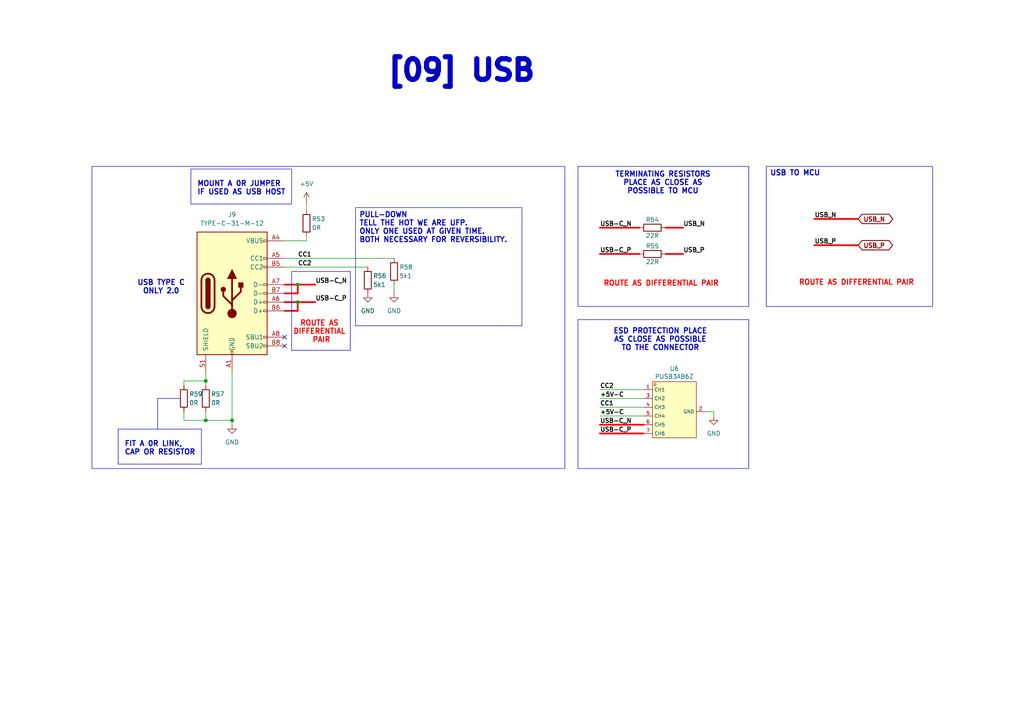
<source format=kicad_sch>
(kicad_sch (version 20231120) (generator "eeschema") (generator_version "8.0")
  (paper "A4")
  (title_block (title "Example Project") (date "2024-12-16") (rev "Rev01_1") (company "AKK Electronics") (comment 3 "aungkyawkhaing96.ece@gmail.com") (comment 4 "Aung Kyaw Khaing"))
  (lib_symbols
    (symbol "Connector:USB_C_Receptacle_USB2.0_16P" (pin_names (offset 1.016))
      (property "Reference" "J" (at 0 22.225 0))
      (property "Value" "USB_C_Receptacle_USB2.0_16P" (at 0 19.685 0))
      (symbol "USB_C_Receptacle_USB2.0_16P_0_0"
        (rectangle (start -0.254 -17.78) (end 0.254 -16.764))
        (rectangle (start 10.16 -14.986) (end 9.144 -15.494))
        (rectangle (start 10.16 -12.446) (end 9.144 -12.954))
        (rectangle (start 10.16 -4.826) (end 9.144 -5.334))
        (rectangle (start 10.16 -2.286) (end 9.144 -2.794))
        (rectangle (start 10.16 0.254) (end 9.144 -0.254))
        (rectangle (start 10.16 2.794) (end 9.144 2.286))
        (rectangle (start 10.16 7.874) (end 9.144 7.366))
        (rectangle (start 10.16 10.414) (end 9.144 9.906))
        (rectangle (start 10.16 15.494) (end 9.144 14.986))
      )
      (symbol "USB_C_Receptacle_USB2.0_16P_0_1"
        (rectangle (start -10.16 17.78) (end 10.16 -17.78) (stroke (width 0.254)) (fill (type background)))
        (arc (start -8.89 -3.81) (mid -6.985 -5.7067) (end -5.08 -3.81) (stroke (width 0.508)))
        (arc (start -7.62 -3.81) (mid -6.985 -4.4423) (end -6.35 -3.81) (stroke (width 0.254)))
        (arc (start -7.62 -3.81) (mid -6.985 -4.4423) (end -6.35 -3.81) (stroke (width 0.254)) (fill (type outline)))
        (rectangle (start -7.62 -3.81) (end -6.35 3.81) (stroke (width 0.254)) (fill (type outline)))
        (arc (start -6.35 3.81) (mid -6.985 4.4423) (end -7.62 3.81) (stroke (width 0.254)))
        (arc (start -6.35 3.81) (mid -6.985 4.4423) (end -7.62 3.81) (stroke (width 0.254)) (fill (type outline)))
        (arc (start -5.08 3.81) (mid -6.985 5.7067) (end -8.89 3.81) (stroke (width 0.508)))
        (circle (center -2.54 1.143) (radius 0.635) (stroke (width 0.254)) (fill (type outline)))
        (circle (center 0 -5.842) (radius 1.27) (fill (type outline)))
        (polyline (pts (xy -8.89 -3.81) (xy -8.89 3.81)) (stroke (width 0.508)))
        (polyline (pts (xy -5.08 3.81) (xy -5.08 -3.81)) (stroke (width 0.508)))
        (polyline (pts (xy 0 -5.842) (xy 0 4.318)) (stroke (width 0.508)))
        (polyline (pts (xy 0 -3.302) (xy -2.54 -0.762) (xy -2.54 0.508)) (stroke (width 0.508)))
        (polyline (pts (xy 0 -2.032) (xy 2.54 0.508) (xy 2.54 1.778)) (stroke (width 0.508)))
        (polyline (pts (xy -1.27 4.318) (xy 0 6.858) (xy 1.27 4.318) (xy -1.27 4.318)) (stroke (width 0.254)) (fill (type outline)))
        (rectangle (start 1.905 1.778) (end 3.175 3.048) (stroke (width 0.254)) (fill (type outline)))
      )
      (symbol "USB_C_Receptacle_USB2.0_16P_1_1"
        (pin passive line (at 0 -22.86 90) (length 5.08) (name "GND") (number "A1"))
        (pin passive line (at 0 -22.86 90) (length 5.08) hide (name "GND") (number "A12"))
        (pin passive line (at 15.24 15.24 180) (length 5.08) (name "VBUS") (number "A4"))
        (pin bidirectional line (at 15.24 10.16 180) (length 5.08) (name "CC1") (number "A5"))
        (pin bidirectional line (at 15.24 -2.54 180) (length 5.08) (name "D+") (number "A6"))
        (pin bidirectional line (at 15.24 2.54 180) (length 5.08) (name "D-") (number "A7"))
        (pin bidirectional line (at 15.24 -12.7 180) (length 5.08) (name "SBU1") (number "A8"))
        (pin passive line (at 15.24 15.24 180) (length 5.08) hide (name "VBUS") (number "A9"))
        (pin passive line (at 0 -22.86 90) (length 5.08) hide (name "GND") (number "B1"))
        (pin passive line (at 0 -22.86 90) (length 5.08) hide (name "GND") (number "B12"))
        (pin passive line (at 15.24 15.24 180) (length 5.08) hide (name "VBUS") (number "B4"))
        (pin bidirectional line (at 15.24 7.62 180) (length 5.08) (name "CC2") (number "B5"))
        (pin bidirectional line (at 15.24 -5.08 180) (length 5.08) (name "D+") (number "B6"))
        (pin bidirectional line (at 15.24 0 180) (length 5.08) (name "D-") (number "B7"))
        (pin bidirectional line (at 15.24 -15.24 180) (length 5.08) (name "SBU2") (number "B8"))
        (pin passive line (at 15.24 15.24 180) (length 5.08) hide (name "VBUS") (number "B9"))
        (pin passive line (at -7.62 -22.86 90) (length 5.08) (name "SHIELD") (number "S1"))
      )
    )
    (symbol "Device:R" (pin_numbers hide) (pin_names (offset 0))
      (property "Reference" "R" (at 2.032 0 90))
      (property "Value" "R" (at 0 0 90))
      (symbol "R_0_1"
        (rectangle (start -1.016 -2.54) (end 1.016 2.54) (stroke (width 0.254)))
      )
      (symbol "R_1_1"
        (pin passive line (at 0 3.81 270) (length 1.27) (name "~") (number "1"))
        (pin passive line (at 0 -3.81 90) (length 1.27) (name "~") (number "2"))
      )
    )
    (symbol "PUSB3AB6Z:PUSB3AB6Z"
      (property "Reference" "U" (at 0 12.7 0))
      (property "Value" "PUSB3AB6Z" (at 0.762 10.668 0))
      (symbol "PUSB3AB6Z_0_1"
        (rectangle (start -6.35 8.636) (end 6.35 -7.62) (fill (type background)))
        (circle (center -5.588 7.874) (radius 0.284) (fill (type background)))
        (pin unspecified line (at -8.89 6.35 0) (length 2.54) (name "CH1") (number "1"))
        (pin unspecified line (at 8.89 0 180) (length 2.54) (name "GND") (number "2"))
        (pin unspecified line (at -8.89 3.81 0) (length 2.54) (name "CH2") (number "3"))
        (pin unspecified line (at -8.89 1.27 0) (length 2.54) (name "CH3") (number "4"))
        (pin unspecified line (at -8.89 -1.27 0) (length 2.54) (name "CH4") (number "5"))
        (pin unspecified line (at -8.89 -3.81 0) (length 2.54) (name "CH5") (number "6"))
        (pin unspecified line (at -8.89 -6.35 0) (length 2.54) (name "CH6") (number "7"))
      )
    )
    (symbol "power:+5V" (power) (pin_numbers hide) (pin_names (offset 0) hide)
      (property "Value" "+5V" (at 0 3.556 0))
      (symbol "+5V_0_1"
        (polyline (pts (xy -0.762 1.27) (xy 0 2.54)))
        (polyline (pts (xy 0 0) (xy 0 2.54)))
        (polyline (pts (xy 0 2.54) (xy 0.762 1.27)))
      )
      (symbol "+5V_1_1"
        (pin power_in line (at 0 0 90) (length 0) (name "~") (number "1"))
      )
    )
    (symbol "power:GND" (power) (pin_numbers hide) (pin_names (offset 0) hide)
      (property "Value" "GND" (at 0 -3.81 0))
      (symbol "GND_0_1"
        (polyline (pts (xy 0 0) (xy 0 -1.27) (xy 1.27 -1.27) (xy 0 -2.54) (xy -1.27 -1.27) (xy 0 -1.27)))
      )
      (symbol "GND_1_1"
        (pin power_in line (at 0 0 270) (length 0) (name "~") (number "1"))
      )
    )
  )
  (junction (at 86.36 82.55))
  (junction (at 86.36 87.63))
  (junction (at 59.69 121.92))
  (junction (at 67.31 121.92))
  (junction (at 59.69 110.49))
  (no_connect (at 82.55 100.33))
  (no_connect (at 82.55 97.79))
  (wire (pts (xy 82.55 87.63) (xy 86.36 87.63)) (stroke (width 0.5) (color 255 0 0 1)))
  (wire (pts (xy 198.12 73.66) (xy 193.04 73.66)) (stroke (width 0.5) (color 255 0 0 1)))
  (wire (pts (xy 67.31 107.95) (xy 67.31 121.92)))
  (wire (pts (xy 236.22 71.12) (xy 248.92 71.12)) (stroke (width 0.5) (color 255 0 0 1)))
  (wire (pts (xy 59.69 110.49) (xy 59.69 111.76)))
  (wire (pts (xy 53.34 121.92) (xy 59.69 121.92)))
  (wire (pts (xy 173.99 123.19) (xy 186.69 123.19)) (stroke (width 0.5) (color 255 0 0 1)))
  (polyline (pts (xy 45.72 124.46) (xy 45.72 115.57)))
  (wire (pts (xy 88.9 69.85) (xy 82.55 69.85)))
  (wire (pts (xy 173.99 113.03) (xy 186.69 113.03)))
  (wire (pts (xy 86.36 85.09) (xy 86.36 82.55)) (stroke (width 0.5) (color 255 0 0 1)))
  (wire (pts (xy 82.55 74.93) (xy 114.3 74.93)))
  (wire (pts (xy 86.36 87.63) (xy 91.44 87.63)) (stroke (width 0.5) (color 255 0 0 1)))
  (wire (pts (xy 173.99 115.57) (xy 186.69 115.57)))
  (wire (pts (xy 86.36 82.55) (xy 91.44 82.55)) (stroke (width 0.5) (color 255 0 0 1)))
  (wire (pts (xy 59.69 121.92) (xy 67.31 121.92)))
  (wire (pts (xy 173.99 120.65) (xy 186.69 120.65)))
  (wire (pts (xy 173.99 66.04) (xy 185.42 66.04)) (stroke (width 0.5) (color 255 0 0 1)))
  (wire (pts (xy 82.55 85.09) (xy 86.36 85.09)) (stroke (width 0.5) (color 255 0 0 1)))
  (wire (pts (xy 53.34 119.38) (xy 53.34 121.92)))
  (wire (pts (xy 173.99 118.11) (xy 186.69 118.11)))
  (wire (pts (xy 86.36 90.17) (xy 86.36 87.63)) (stroke (width 0.5) (color 255 0 0 1)))
  (wire (pts (xy 53.34 111.76) (xy 53.34 110.49)))
  (wire (pts (xy 236.22 63.5) (xy 248.92 63.5)) (stroke (width 0.5) (color 255 0 0 1)))
  (wire (pts (xy 88.9 58.42) (xy 88.9 60.96)))
  (wire (pts (xy 82.55 77.47) (xy 106.68 77.47)))
  (wire (pts (xy 207.01 119.38) (xy 207.01 120.65)))
  (wire (pts (xy 173.99 73.66) (xy 185.42 73.66)) (stroke (width 0.5) (color 255 0 0 1)))
  (wire (pts (xy 82.55 90.17) (xy 86.36 90.17)) (stroke (width 0.5) (color 255 0 0 1)))
  (polyline (pts (xy 45.72 115.57) (xy 52.07 115.57)))
  (wire (pts (xy 88.9 68.58) (xy 88.9 69.85)))
  (wire (pts (xy 82.55 82.55) (xy 86.36 82.55)) (stroke (width 0.5) (color 255 0 0 1)))
  (wire (pts (xy 59.69 107.95) (xy 59.69 110.49)))
  (wire (pts (xy 53.34 110.49) (xy 59.69 110.49)))
  (wire (pts (xy 67.31 121.92) (xy 67.31 123.19)))
  (wire (pts (xy 173.99 125.73) (xy 186.69 125.73)) (stroke (width 0.5) (color 255 0 0 1)))
  (wire (pts (xy 204.47 119.38) (xy 207.01 119.38)))
  (wire (pts (xy 114.3 85.09) (xy 114.3 82.55)))
  (wire (pts (xy 198.12 66.04) (xy 193.04 66.04)) (stroke (width 0.5) (color 255 0 0 1)))
  (wire (pts (xy 59.69 119.38) (xy 59.69 121.92)))
  (rectangle (start 167.64 48.26) (end 217.17 88.9))
  (rectangle (start 222.25 48.26) (end 270.51 88.9))
  (rectangle (start 103.124 60.198) (end 151.384 94.488))
  (rectangle (start 26.67 48.26) (end 163.83 135.89))
  (rectangle (start 84.582 78.74) (end 101.6 101.6))
  (rectangle (start 55.372 49.022) (end 84.582 59.182))
  (rectangle (start 167.64 92.71) (end 217.17 135.89))
  (rectangle (start 34.29 124.46) (end 58.42 134.62))
  (text "PULL-DOWN\nTELL THE HOT WE ARE UFP.\nONLY ONE USED AT GIVEN TIME.\nBOTH NECESSARY FOR REVERSIBILITY." (at 104.14 66.04 0) (effects (font (size 1.5 1.5) (bold yes)) (justify left)))
  (text "USB TO MCU" (at 230.632 50.292 0) (effects (font (size 1.5 1.5) (bold yes))))
  (text "ROUTE AS DIFFERENTIAL PAIR" (at 191.77 82.296 0) (effects (font (size 1.5 1.5) (bold yes))))
  (text "FIT A 0R LINK,\nCAP OR RESISTOR" (at 36.068 130.048 0) (effects (font (size 1.5 1.5) (bold yes)) (justify left)))
  (text "USB TYPE C\nONLY 2.0" (at 46.736 83.312 0) (effects (font (size 1.5 1.5) (bold yes))))
  (text "MOUNT A 0R JUMPER\nIF USED AS USB HOST" (at 57.15 54.61 0) (effects (font (size 1.5 1.5) (bold yes)) (justify left)))
  (text "ROUTE AS DIFFERENTIAL PAIR" (at 248.412 82.042 0) (effects (font (size 1.5 1.5) (bold yes))))
  (text "ESD PROTECTION PLACE\nAS CLOSE AS POSSIBLE\nTO THE CONNECTOR\n" (at 191.516 98.552 0) (effects (font (size 1.5 1.5) (bold yes))))
  (text "[09] USB\n" (at 133.858 20.574 0) (effects (font (size 6 6) (thickness 1.6) (bold yes))))
  (text "TERMINATING RESISTORS\nPLACE AS CLOSE AS\nPOSSIBLE TO MCU" (at 192.278 53.086 0) (effects (font (size 1.5 1.5) (bold yes))))
  (text "ROUTE AS \nDIFFERENTIAL \nPAIR" (at 93.218 96.266 0) (effects (font (size 1.5 1.5) (bold yes))))
  (label "CC2" (at 86.36 77.47 0) (effects (font (bold yes))))
  (label "CC1" (at 173.99 118.11 0) (effects (font (bold yes))))
  (label "USB_N" (at 198.12 66.04 0) (effects (font (bold yes))))
  (label "USB_N" (at 236.22 63.5 0) (effects (font (bold yes))))
  (label "USB-C_P" (at 173.99 125.73 0) (effects (font (bold yes))))
  (label "CC2" (at 173.99 113.03 0) (effects (font (bold yes))))
  (label "CC1" (at 86.36 74.93 0) (effects (font (bold yes))))
  (label "USB-C_N" (at 173.99 66.04 0) (effects (font (bold yes))))
  (label "USB-C_P" (at 91.44 87.63 0) (effects (font (bold yes))))
  (label "+5V-C" (at 173.99 120.65 0) (effects (font (bold yes))))
  (label "USB-C_N" (at 91.44 82.55 0) (effects (font (thickness 0.254) (bold yes))))
  (label "USB-C_N" (at 173.99 123.19 0) (effects (font (bold yes))))
  (label "USB_P" (at 198.12 73.66 0) (effects (font (bold yes))))
  (label "USB-C_P" (at 173.99 73.66 0) (effects (font (bold yes))))
  (label "USB_P" (at 236.22 71.12 0) (effects (font (bold yes))))
  (label "+5V-C" (at 173.99 115.57 0) (effects (font (bold yes))))
  (global_label "USB_N" (shape bidirectional) (at 248.92 63.5 0) (effects (font (bold yes))) (property "Intersheetrefs" "${INTERSHEET_REFS}" (effects (hide yes))))
  (global_label "USB_P" (shape bidirectional) (at 248.92 71.12 0) (effects (font (bold yes))) (property "Intersheetrefs" "${INTERSHEET_REFS}" (effects (hide yes))))
  (symbol (lib_id "PUSB3AB6Z:PUSB3AB6Z") (at 195.58 119.38 0) (unit 1)
    (property "Reference" "U6" (at 195.58 106.934 0))
    (property "Value" "PUSB3AB6Z" (at 195.58 109.22 0))
    (property "Footprint" "PUSB3AB6Z_footprint_lib:XSON-7_L2.2-W1.2-P0.50-BL" (effects (hide yes)))
    (property "Datasheet" "https://item.szlcsc.com/574563.html" (effects (hide yes)))
    (property "LCSC" "C553550" (effects (hide yes)))
  )
  (symbol (lib_id "power:GND") (at 106.68 85.09 0) (unit 1)
    (property "Reference" "#PWR093" (effects (hide yes)))
    (property "Value" "GND" (at 106.68 90.17 0))
    (property "Description" "Power symbol creates a global label with name \"GND\" , ground" (effects (hide yes)))
  )
  (symbol (lib_id "Device:R") (at 106.68 81.28 0) (unit 1)
    (property "Reference" "R56" (at 108.204 80.01 0) (effects (justify left)))
    (property "Value" "5k1" (at 108.204 82.55 0) (effects (justify left)))
    (property "Description" "Resistor" (effects (hide yes)))
  )
  (symbol (lib_id "Device:R") (at 53.34 115.57 0) (unit 1)
    (property "Reference" "R59" (at 54.864 114.3 0) (effects (justify left)))
    (property "Value" "0R" (at 54.864 116.84 0) (effects (justify left)))
    (property "Description" "Resistor" (effects (hide yes)))
  )
  (symbol (lib_id "Device:R") (at 189.23 73.66 90) (unit 1)
    (property "Reference" "R55" (at 189.23 71.374 90))
    (property "Value" "22R" (at 189.23 75.946 90))
    (property "Description" "Resistor" (effects (hide yes)))
  )
  (symbol (lib_id "power:GND") (at 67.31 123.19 0) (unit 1)
    (property "Reference" "#PWR092" (effects (hide yes)))
    (property "Value" "GND" (at 67.31 128.27 0))
    (property "Description" "Power symbol creates a global label with name \"GND\" , ground" (effects (hide yes)))
  )
  (symbol (lib_id "Device:R") (at 59.69 115.57 0) (unit 1)
    (property "Reference" "R57" (at 61.214 114.3 0) (effects (justify left)))
    (property "Value" "0R" (at 61.214 116.84 0) (effects (justify left)))
    (property "Description" "Resistor" (effects (hide yes)))
  )
  (symbol (lib_id "Device:R") (at 189.23 66.04 90) (unit 1)
    (property "Reference" "R54" (at 189.23 63.754 90))
    (property "Value" "22R" (at 189.23 68.326 90))
    (property "Description" "Resistor" (effects (hide yes)))
  )
  (symbol (lib_id "Connector:USB_C_Receptacle_USB2.0_16P") (at 67.31 85.09 0) (unit 1)
    (property "Reference" "J9" (at 67.31 62.23 0))
    (property "Value" "TYPE-C-31-M-12" (at 67.31 64.77 0))
    (property "Datasheet" "https://www.usb.org/sites/default/files/documents/usb_type-c.zip" (effects (hide yes)))
    (property "Description" "USB 2.0-only 16P Type-C Receptacle connector" (effects (hide yes)))
  )
  (symbol (lib_id "power:+5V") (at 88.9 58.42 0) (unit 1)
    (property "Reference" "#PWR091" (effects (hide yes)))
    (property "Value" "+5V" (at 88.9 53.34 0))
    (property "Description" "Power symbol creates a global label with name \"+5V\"" (effects (hide yes)))
  )
  (symbol (lib_id "Device:R") (at 88.9 64.77 0) (unit 1)
    (property "Reference" "R53" (at 90.424 63.5 0) (effects (justify left)))
    (property "Value" "0R" (at 90.424 66.04 0) (effects (justify left)))
    (property "Description" "Resistor" (effects (hide yes)))
  )
  (symbol (lib_id "Device:R") (at 114.3 78.74 0) (unit 1)
    (property "Reference" "R58" (at 115.824 77.47 0) (effects (justify left)))
    (property "Value" "5k1" (at 115.824 80.01 0) (effects (justify left)))
    (property "Description" "Resistor" (effects (hide yes)))
  )
  (symbol (lib_id "power:GND") (at 207.01 120.65 0) (unit 1)
    (property "Reference" "#PWR095" (effects (hide yes)))
    (property "Value" "GND" (at 207.01 125.73 0))
    (property "Description" "Power symbol creates a global label with name \"GND\" , ground" (effects (hide yes)))
  )
  (symbol (lib_id "power:GND") (at 114.3 85.09 0) (unit 1)
    (property "Reference" "#PWR094" (effects (hide yes)))
    (property "Value" "GND" (at 114.3 90.17 0))
    (property "Description" "Power symbol creates a global label with name \"GND\" , ground" (effects (hide yes)))
  )
)
</source>
